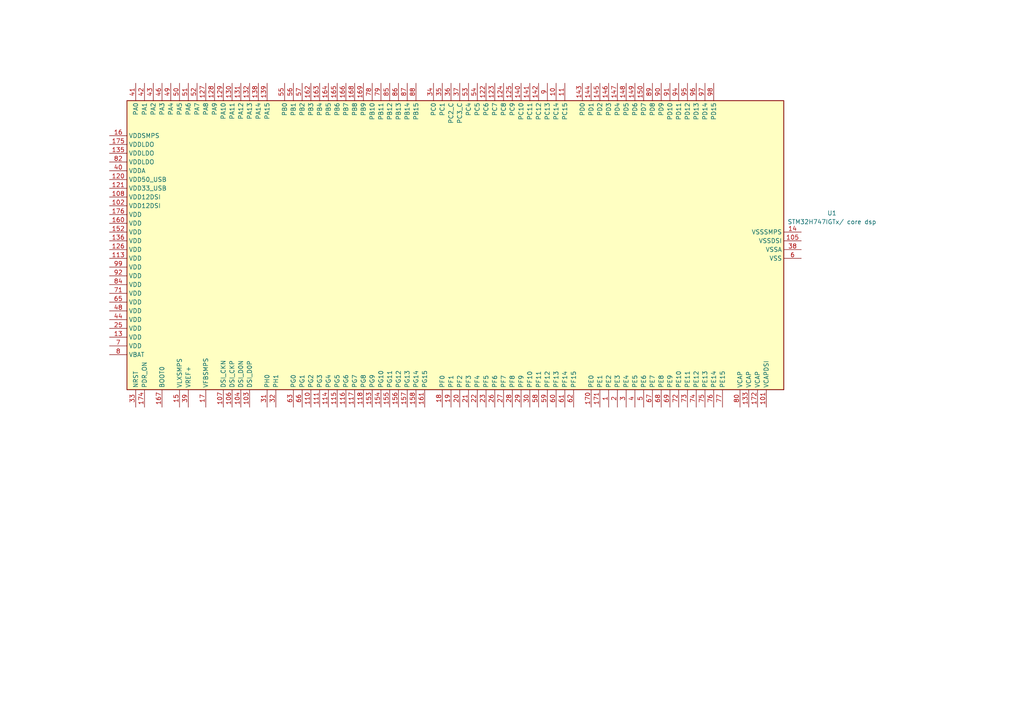
<source format=kicad_sch>
(kicad_sch (version 20231120) (generator "eeschema") (generator_version "8.0")
  (paper "A4")
  (lib_symbols
    (symbol "MCU_ST_STM32H7:STM32H747IGTx"
      (property "Reference" "U" (at -40.64 97.79 0))
      (property "Value" "STM32H747IGTx" (at 35.56 97.79 0))
      (symbol "STM32H747IGTx_0_1"
        (rectangle (start -40.64 -93.98) (end 43.18 96.52) (stroke (width 0.254)) (fill (type background)))
      )
      (symbol "STM32H747IGTx_1_1"
        (pin bidirectional line (at -45.72 -43.18 0) (length 5.08) (name "PE2") (number "1"))
        (pin bidirectional line (at 48.26 -27.94 180) (length 5.08) (name "PC14") (number "10"))
        (pin passive line (at -2.54 -99.06 90) (length 5.08) hide (name "VSS") (number "100"))
        (pin power_out line (at -45.72 -88.9 0) (length 5.08) (name "VCAPDSI") (number "101"))
        (pin power_in line (at 12.7 101.6 270) (length 5.08) (name "VDD12DSI") (number "102"))
        (pin bidirectional line (at -45.72 60.96 0) (length 5.08) (name "DSI_D0P") (number "103"))
        (pin bidirectional line (at -45.72 63.5 0) (length 5.08) (name "DSI_D0N") (number "104"))
        (pin power_in line (at 2.54 -99.06 90) (length 5.08) (name "VSSDSI") (number "105"))
        (pin bidirectional line (at -45.72 66.04 0) (length 5.08) (name "DSI_CKP") (number "106"))
        (pin bidirectional line (at -45.72 68.58 0) (length 5.08) (name "DSI_CKN") (number "107"))
        (pin power_in line (at 15.24 101.6 270) (length 5.08) (name "VDD12DSI") (number "108"))
        (pin passive line (at 2.54 -99.06 90) (length 5.08) hide (name "VSSDSI") (number "109"))
        (pin bidirectional line (at 48.26 -30.48 180) (length 5.08) (name "PC15") (number "11"))
        (pin bidirectional line (at -45.72 43.18 0) (length 5.08) (name "PG2") (number "110"))
        (pin bidirectional line (at -45.72 40.64 0) (length 5.08) (name "PG3") (number "111"))
        (pin passive line (at -2.54 -99.06 90) (length 5.08) hide (name "VSS") (number "112"))
        (pin power_in line (at -2.54 101.6 270) (length 5.08) (name "VDD") (number "113"))
        (pin bidirectional line (at -45.72 38.1 0) (length 5.08) (name "PG4") (number "114"))
        (pin bidirectional line (at -45.72 35.56 0) (length 5.08) (name "PG5") (number "115"))
        (pin bidirectional line (at -45.72 33.02 0) (length 5.08) (name "PG6") (number "116"))
        (pin bidirectional line (at -45.72 30.48 0) (length 5.08) (name "PG7") (number "117"))
        (pin bidirectional line (at -45.72 27.94 0) (length 5.08) (name "PG8") (number "118"))
        (pin passive line (at -2.54 -99.06 90) (length 5.08) hide (name "VSS") (number "119"))
        (pin passive line (at -2.54 -99.06 90) (length 5.08) hide (name "VSS") (number "12"))
        (pin power_in line (at 20.32 101.6 270) (length 5.08) (name "VDD50_USB") (number "120"))
        (pin power_in line (at 17.78 101.6 270) (length 5.08) (name "VDD33_USB") (number "121"))
        (pin bidirectional line (at 48.26 -7.62 180) (length 5.08) (name "PC6") (number "122"))
        (pin bidirectional line (at 48.26 -10.16 180) (length 5.08) (name "PC7") (number "123"))
        (pin bidirectional line (at 48.26 -12.7 180) (length 5.08) (name "PC8") (number "124"))
        (pin bidirectional line (at 48.26 -15.24 180) (length 5.08) (name "PC9") (number "125"))
        (pin power_in line (at 0 101.6 270) (length 5.08) (name "VDD") (number "126"))
        (pin bidirectional line (at 48.26 73.66 180) (length 5.08) (name "PA8") (number "127"))
        (pin bidirectional line (at 48.26 71.12 180) (length 5.08) (name "PA9") (number "128"))
        (pin bidirectional line (at 48.26 68.58 180) (length 5.08) (name "PA10") (number "129"))
        (pin power_in line (at -25.4 101.6 270) (length 5.08) (name "VDD") (number "13"))
        (pin bidirectional line (at 48.26 66.04 180) (length 5.08) (name "PA11") (number "130"))
        (pin bidirectional line (at 48.26 63.5 180) (length 5.08) (name "PA12") (number "131"))
        (pin bidirectional line (at 48.26 60.96 180) (length 5.08) (name "PA13") (number "132"))
        (pin power_out line (at -45.72 -83.82 0) (length 5.08) (name "VCAP") (number "133"))
        (pin passive line (at -2.54 -99.06 90) (length 5.08) hide (name "VSS") (number "134"))
        (pin power_in line (at 27.94 101.6 270) (length 5.08) (name "VDDLDO") (number "135"))
        (pin power_in line (at 2.54 101.6 270) (length 5.08) (name "VDD") (number "136"))
        (pin passive line (at -2.54 -99.06 90) (length 5.08) hide (name "VSS") (number "137"))
        (pin bidirectional line (at 48.26 58.42 180) (length 5.08) (name "PA14") (number "138"))
        (pin bidirectional line (at 48.26 55.88 180) (length 5.08) (name "PA15") (number "139"))
        (pin power_in line (at 5.08 -99.06 90) (length 5.08) (name "VSSSMPS") (number "14"))
        (pin bidirectional line (at 48.26 -17.78 180) (length 5.08) (name "PC10") (number "140"))
        (pin bidirectional line (at 48.26 -20.32 180) (length 5.08) (name "PC11") (number "141"))
        (pin bidirectional line (at 48.26 -22.86 180) (length 5.08) (name "PC12") (number "142"))
        (pin bidirectional line (at 48.26 -35.56 180) (length 5.08) (name "PD0") (number "143"))
        (pin bidirectional line (at 48.26 -38.1 180) (length 5.08) (name "PD1") (number "144"))
        (pin bidirectional line (at 48.26 -40.64 180) (length 5.08) (name "PD2") (number "145"))
        (pin bidirectional line (at 48.26 -43.18 180) (length 5.08) (name "PD3") (number "146"))
        (pin bidirectional line (at 48.26 -45.72 180) (length 5.08) (name "PD4") (number "147"))
        (pin bidirectional line (at 48.26 -48.26 180) (length 5.08) (name "PD5") (number "148"))
        (pin bidirectional line (at 48.26 -50.8 180) (length 5.08) (name "PD6") (number "149"))
        (pin power_in line (at -45.72 81.28 0) (length 5.08) (name "VLXSMPS") (number "15"))
        (pin bidirectional line (at 48.26 -53.34 180) (length 5.08) (name "PD7") (number "150"))
        (pin passive line (at -2.54 -99.06 90) (length 5.08) hide (name "VSS") (number "151"))
        (pin power_in line (at 5.08 101.6 270) (length 5.08) (name "VDD") (number "152"))
        (pin bidirectional line (at -45.72 25.4 0) (length 5.08) (name "PG9") (number "153"))
        (pin bidirectional line (at -45.72 22.86 0) (length 5.08) (name "PG10") (number "154"))
        (pin bidirectional line (at -45.72 20.32 0) (length 5.08) (name "PG11") (number "155"))
        (pin bidirectional line (at -45.72 17.78 0) (length 5.08) (name "PG12") (number "156"))
        (pin bidirectional line (at -45.72 15.24 0) (length 5.08) (name "PG13") (number "157"))
        (pin bidirectional line (at -45.72 12.7 0) (length 5.08) (name "PG14") (number "158"))
        (pin passive line (at -2.54 -99.06 90) (length 5.08) hide (name "VSS") (number "159"))
        (pin power_in line (at 33.02 101.6 270) (length 5.08) (name "VDDSMPS") (number "16"))
        (pin power_in line (at 7.62 101.6 270) (length 5.08) (name "VDD") (number "160"))
        (pin bidirectional line (at -45.72 10.16 0) (length 5.08) (name "PG15") (number "161"))
        (pin bidirectional line (at 48.26 43.18 180) (length 5.08) (name "PB3") (number "162"))
        (pin bidirectional line (at 48.26 40.64 180) (length 5.08) (name "PB4") (number "163"))
        (pin bidirectional line (at 48.26 38.1 180) (length 5.08) (name "PB5") (number "164"))
        (pin bidirectional line (at 48.26 35.56 180) (length 5.08) (name "PB6") (number "165"))
        (pin bidirectional line (at 48.26 33.02 180) (length 5.08) (name "PB7") (number "166"))
        (pin input line (at -45.72 86.36 0) (length 5.08) (name "BOOT0") (number "167"))
        (pin bidirectional line (at 48.26 30.48 180) (length 5.08) (name "PB8") (number "168"))
        (pin bidirectional line (at 48.26 27.94 180) (length 5.08) (name "PB9") (number "169"))
        (pin input line (at -45.72 73.66 0) (length 5.08) (name "VFBSMPS") (number "17"))
        (pin bidirectional line (at -45.72 -38.1 0) (length 5.08) (name "PE0") (number "170"))
        (pin bidirectional line (at -45.72 -40.64 0) (length 5.08) (name "PE1") (number "171"))
        (pin power_out line (at -45.72 -86.36 0) (length 5.08) (name "VCAP") (number "172"))
        (pin passive line (at -2.54 -99.06 90) (length 5.08) hide (name "VSS") (number "173"))
        (pin input line (at -45.72 91.44 0) (length 5.08) (name "PDR_ON") (number "174"))
        (pin power_in line (at 30.48 101.6 270) (length 5.08) (name "VDDLDO") (number "175"))
        (pin power_in line (at 10.16 101.6 270) (length 5.08) (name "VDD") (number "176"))
        (pin bidirectional line (at -45.72 5.08 0) (length 5.08) (name "PF0") (number "18"))
        (pin bidirectional line (at -45.72 2.54 0) (length 5.08) (name "PF1") (number "19"))
        (pin bidirectional line (at -45.72 -45.72 0) (length 5.08) (name "PE3") (number "2"))
        (pin bidirectional line (at -45.72 0 0) (length 5.08) (name "PF2") (number "20"))
        (pin bidirectional line (at -45.72 -2.54 0) (length 5.08) (name "PF3") (number "21"))
        (pin bidirectional line (at -45.72 -5.08 0) (length 5.08) (name "PF4") (number "22"))
        (pin bidirectional line (at -45.72 -7.62 0) (length 5.08) (name "PF5") (number "23"))
        (pin passive line (at -2.54 -99.06 90) (length 5.08) hide (name "VSS") (number "24"))
        (pin power_in line (at -22.86 101.6 270) (length 5.08) (name "VDD") (number "25"))
        (pin bidirectional line (at -45.72 -10.16 0) (length 5.08) (name "PF6") (number "26"))
        (pin bidirectional line (at -45.72 -12.7 0) (length 5.08) (name "PF7") (number "27"))
        (pin bidirectional line (at -45.72 -15.24 0) (length 5.08) (name "PF8") (number "28"))
        (pin bidirectional line (at -45.72 -17.78 0) (length 5.08) (name "PF9") (number "29"))
        (pin bidirectional line (at -45.72 -48.26 0) (length 5.08) (name "PE4") (number "3"))
        (pin bidirectional line (at -45.72 -20.32 0) (length 5.08) (name "PF10") (number "30"))
        (pin bidirectional line (at -45.72 55.88 0) (length 5.08) (name "PH0") (number "31"))
        (pin bidirectional line (at -45.72 53.34 0) (length 5.08) (name "PH1") (number "32"))
        (pin input line (at -45.72 93.98 0) (length 5.08) (name "NRST") (number "33"))
        (pin bidirectional line (at 48.26 7.62 180) (length 5.08) (name "PC0") (number "34"))
        (pin bidirectional line (at 48.26 5.08 180) (length 5.08) (name "PC1") (number "35"))
        (pin bidirectional line (at 48.26 2.54 180) (length 5.08) (name "PC2_C") (number "36"))
        (pin bidirectional line (at 48.26 0 180) (length 5.08) (name "PC3_C") (number "37"))
        (pin power_in line (at 0 -99.06 90) (length 5.08) (name "VSSA") (number "38"))
        (pin input line (at -45.72 78.74 0) (length 5.08) (name "VREF+") (number "39"))
        (pin bidirectional line (at -45.72 -50.8 0) (length 5.08) (name "PE5") (number "4"))
        (pin power_in line (at 22.86 101.6 270) (length 5.08) (name "VDDA") (number "40"))
        (pin bidirectional line (at 48.26 93.98 180) (length 5.08) (name "PA0") (number "41"))
        (pin bidirectional line (at 48.26 91.44 180) (length 5.08) (name "PA1") (number "42"))
        (pin bidirectional line (at 48.26 88.9 180) (length 5.08) (name "PA2") (number "43"))
        (pin power_in line (at -20.32 101.6 270) (length 5.08) (name "VDD") (number "44"))
        (pin passive line (at -2.54 -99.06 90) (length 5.08) hide (name "VSS") (number "45"))
        (pin bidirectional line (at 48.26 86.36 180) (length 5.08) (name "PA3") (number "46"))
        (pin passive line (at -2.54 -99.06 90) (length 5.08) hide (name "VSS") (number "47"))
        (pin power_in line (at -17.78 101.6 270) (length 5.08) (name "VDD") (number "48"))
        (pin bidirectional line (at 48.26 83.82 180) (length 5.08) (name "PA4") (number "49"))
        (pin bidirectional line (at -45.72 -53.34 0) (length 5.08) (name "PE6") (number "5"))
        (pin bidirectional line (at 48.26 81.28 180) (length 5.08) (name "PA5") (number "50"))
        (pin bidirectional line (at 48.26 78.74 180) (length 5.08) (name "PA6") (number "51"))
        (pin bidirectional line (at 48.26 76.2 180) (length 5.08) (name "PA7") (number "52"))
        (pin bidirectional line (at 48.26 -2.54 180) (length 5.08) (name "PC4") (number "53"))
        (pin bidirectional line (at 48.26 -5.08 180) (length 5.08) (name "PC5") (number "54"))
        (pin bidirectional line (at 48.26 50.8 180) (length 5.08) (name "PB0") (number "55"))
        (pin bidirectional line (at 48.26 48.26 180) (length 5.08) (name "PB1") (number "56"))
        (pin bidirectional line (at 48.26 45.72 180) (length 5.08) (name "PB2") (number "57"))
        (pin bidirectional line (at -45.72 -22.86 0) (length 5.08) (name "PF11") (number "58"))
        (pin bidirectional line (at -45.72 -25.4 0) (length 5.08) (name "PF12") (number "59"))
        (pin power_in line (at -2.54 -99.06 90) (length 5.08) (name "VSS") (number "6"))
        (pin bidirectional line (at -45.72 -27.94 0) (length 5.08) (name "PF13") (number "60"))
        (pin bidirectional line (at -45.72 -30.48 0) (length 5.08) (name "PF14") (number "61"))
        (pin bidirectional line (at -45.72 -33.02 0) (length 5.08) (name "PF15") (number "62"))
        (pin bidirectional line (at -45.72 48.26 0) (length 5.08) (name "PG0") (number "63"))
        (pin passive line (at -2.54 -99.06 90) (length 5.08) hide (name "VSS") (number "64"))
        (pin power_in line (at -15.24 101.6 270) (length 5.08) (name "VDD") (number "65"))
        (pin bidirectional line (at -45.72 45.72 0) (length 5.08) (name "PG1") (number "66"))
        (pin bidirectional line (at -45.72 -55.88 0) (length 5.08) (name "PE7") (number "67"))
        (pin bidirectional line (at -45.72 -58.42 0) (length 5.08) (name "PE8") (number "68"))
        (pin bidirectional line (at -45.72 -60.96 0) (length 5.08) (name "PE9") (number "69"))
        (pin power_in line (at -27.94 101.6 270) (length 5.08) (name "VDD") (number "7"))
        (pin passive line (at -2.54 -99.06 90) (length 5.08) hide (name "VSS") (number "70"))
        (pin power_in line (at -12.7 101.6 270) (length 5.08) (name "VDD") (number "71"))
        (pin bidirectional line (at -45.72 -63.5 0) (length 5.08) (name "PE10") (number "72"))
        (pin bidirectional line (at -45.72 -66.04 0) (length 5.08) (name "PE11") (number "73"))
        (pin bidirectional line (at -45.72 -68.58 0) (length 5.08) (name "PE12") (number "74"))
        (pin bidirectional line (at -45.72 -71.12 0) (length 5.08) (name "PE13") (number "75"))
        (pin bidirectional line (at -45.72 -73.66 0) (length 5.08) (name "PE14") (number "76"))
        (pin bidirectional line (at -45.72 -76.2 0) (length 5.08) (name "PE15") (number "77"))
        (pin bidirectional line (at 48.26 25.4 180) (length 5.08) (name "PB10") (number "78"))
        (pin bidirectional line (at 48.26 22.86 180) (length 5.08) (name "PB11") (number "79"))
        (pin power_in line (at -30.48 101.6 270) (length 5.08) (name "VBAT") (number "8"))
        (pin power_out line (at -45.72 -81.28 0) (length 5.08) (name "VCAP") (number "80"))
        (pin passive line (at -2.54 -99.06 90) (length 5.08) hide (name "VSS") (number "81"))
        (pin power_in line (at 25.4 101.6 270) (length 5.08) (name "VDDLDO") (number "82"))
        (pin passive line (at -2.54 -99.06 90) (length 5.08) hide (name "VSS") (number "83"))
        (pin power_in line (at -10.16 101.6 270) (length 5.08) (name "VDD") (number "84"))
        (pin bidirectional line (at 48.26 20.32 180) (length 5.08) (name "PB12") (number "85"))
        (pin bidirectional line (at 48.26 17.78 180) (length 5.08) (name "PB13") (number "86"))
        (pin bidirectional line (at 48.26 15.24 180) (length 5.08) (name "PB14") (number "87"))
        (pin bidirectional line (at 48.26 12.7 180) (length 5.08) (name "PB15") (number "88"))
        (pin bidirectional line (at 48.26 -55.88 180) (length 5.08) (name "PD8") (number "89"))
        (pin bidirectional line (at 48.26 -25.4 180) (length 5.08) (name "PC13") (number "9"))
        (pin bidirectional line (at 48.26 -58.42 180) (length 5.08) (name "PD9") (number "90"))
        (pin bidirectional line (at 48.26 -60.96 180) (length 5.08) (name "PD10") (number "91"))
        (pin power_in line (at -7.62 101.6 270) (length 5.08) (name "VDD") (number "92"))
        (pin passive line (at -2.54 -99.06 90) (length 5.08) hide (name "VSS") (number "93"))
        (pin bidirectional line (at 48.26 -63.5 180) (length 5.08) (name "PD11") (number "94"))
        (pin bidirectional line (at 48.26 -66.04 180) (length 5.08) (name "PD12") (number "95"))
        (pin bidirectional line (at 48.26 -68.58 180) (length 5.08) (name "PD13") (number "96"))
        (pin bidirectional line (at 48.26 -71.12 180) (length 5.08) (name "PD14") (number "97"))
        (pin bidirectional line (at 48.26 -73.66 180) (length 5.08) (name "PD15") (number "98"))
        (pin power_in line (at -5.08 101.6 270) (length 5.08) (name "VDD") (number "99"))
      )
    )
  )
  (symbol (lib_id "MCU_ST_STM32H7:STM32H747IGTx") (at 133.35 72.39 90) (unit 1)
    (property "Reference" "U1" (at 241.3 61.8138 90))
    (property "Value" "STM32H747IGTx/ core dsp" (at 241.3 64.3538 90))
    (property "Footprint" "Package_QFP:LQFP-176_24x24mm_P0.5mm" (effects (hide yes)))
    (property "Datasheet" "https://www.st.com/resource/en/datasheet/stm32h747ig.pdf" (effects (hide yes)))
    (property "Description" "STMicroelectronics Arm Cortex-M7 MCU, 1024KB flash, 1024KB RAM, 480 MHz, 1.62-3.6V, 114 GPIO, LQFP176" (effects (hide yes)))
  )
)
</source>
